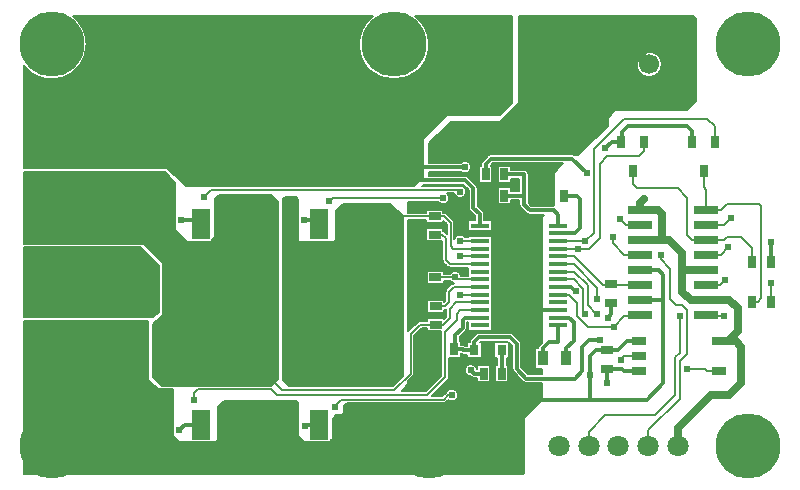
<source format=gtl>
%FSLAX34Y34*%
%MOMM*%
G04 EasyPC Gerber Version 18.0.6 Build 3620 *
%ADD20R,0.65000X1.00000*%
%ADD88R,0.80000X0.90000*%
%ADD107R,0.80000X1.00000*%
%ADD98R,0.90000X1.30000*%
%ADD84R,1.50000X2.50000*%
%ADD126R,3.00000X5.00000*%
%ADD85R,7.00000X7.00000*%
%ADD10C,0.12700*%
%ADD106C,0.16000*%
%ADD11C,0.25400*%
%ADD129C,0.32000*%
%ADD128C,0.62000*%
%ADD75C,0.63500*%
%ADD22C,1.70000*%
%ADD27C,1.80000*%
%ADD83C,3.50000*%
%ADD124C,5.50000*%
%ADD125R,1.65000X0.45000*%
%ADD127R,2.03200X0.63500*%
%ADD25R,1.00000X0.65000*%
%ADD87R,1.20000X0.80000*%
%ADD70R,4.50000X2.50000*%
X0Y0D02*
D02*
D10*
X6985Y139385D02*
X116635D01*
X121385Y144135*
Y182635*
X105256Y198764*
X6985*
Y139385*
G36*
X116635*
X121385Y144135*
Y182635*
X105256Y198764*
X6985*
Y139385*
G37*
Y201635D02*
X108635D01*
X124635Y185635*
Y141635*
X116385Y133385*
Y89135*
X123885Y81635*
X154175*
G75*
G02X154635Y81670I460J-3003*
G01*
X216420*
X222385Y87635*
Y236885*
X216385Y242885*
X172635*
X169385Y239635*
Y207385*
X166752Y204752*
Y203938*
X165938*
X164885Y202885*
X145635*
X135385Y213135*
Y221136*
G75*
G02Y223034I5252J949*
G01*
Y253385*
X126385Y262385*
X6985*
Y201635*
G36*
X108635*
X124635Y185635*
Y141635*
X116385Y133385*
Y89135*
X123885Y81635*
X154175*
G75*
G02X154635Y81670I460J-3003*
G01*
X216420*
X222385Y87635*
Y236885*
X216385Y242885*
X172635*
X169385Y239635*
Y207385*
X166752Y204752*
Y203938*
X165938*
X164885Y202885*
X145635*
X135385Y213135*
Y221136*
G75*
G02Y223034I5252J949*
G01*
Y253385*
X126385Y262385*
X6985*
Y201635*
G37*
Y266135D02*
X128635D01*
X144385Y250385*
X164925*
G75*
G02X165385Y250420I460J-3003*
G01*
X337670*
X345385Y258135*
Y290385*
X365635Y310635*
X410635*
X420635Y320635*
Y394285*
X338659*
G75*
G02X350370Y370635I-18024J-23650*
G01*
G75*
G02X290900I-29735*
G01*
G75*
G02X302611Y394285I29734J1*
G01*
X48659*
G75*
G02X60370Y370635I-18024J-23650*
G01*
G75*
G02X6985Y352611I-29735*
G01*
Y266135*
G36*
X128635*
X144385Y250385*
X164925*
G75*
G02X165385Y250420I460J-3003*
G01*
X337670*
X345385Y258135*
Y290385*
X365635Y310635*
X410635*
X420635Y320635*
Y394285*
X338659*
G75*
G02X350370Y370635I-18024J-23650*
G01*
G75*
G02X290900I-29735*
G01*
G75*
G02X302611Y394285I29734J1*
G01*
X48659*
G75*
G02X60370Y370635I-18024J-23650*
G01*
G75*
G02X6985Y352611I-29735*
G01*
Y266135*
G37*
X111755Y136515D02*
X6985D01*
Y6985*
X429985*
X430635Y7635*
Y54635*
X445635Y69635*
Y83800*
X432635*
G75*
G02X429923Y84923J3835*
G01*
X421923Y92923*
G75*
G02X420800Y95635I2712J2712*
G01*
Y115047*
X417870Y117977*
Y104900*
X415870*
Y99120*
X417370*
Y84650*
X406400*
Y99120*
X407400*
Y104900*
X405400*
Y118370*
X417477*
X417047Y118800*
X394224*
X393794Y118370*
X394870*
Y104900*
X382400*
Y107800*
X379385*
G75*
G02X377120Y108540J3835*
G01*
Y105150*
X367320*
Y88635*
G75*
G02X366314Y86206I-3435*
G01*
X352778Y72670*
X361378*
X364489Y75781*
G75*
G02X364927Y76143I2144J-2148*
G01*
G75*
G02X374970Y73635I4708J-2508*
G01*
G75*
G02X366564Y69272I-5335*
G01*
X364781Y67489*
G75*
G02X362635Y66600I-2146J2146*
G01*
X280600*
X278635Y64635*
Y58635*
X276635Y56635*
X271635*
X268635Y53635*
Y36635*
X266752Y34752*
Y33938*
X265938*
X265635Y33635*
X244635*
X239635Y38635*
Y66635*
X237635Y68635*
X176635*
X171635Y63635*
Y35635*
X169635Y33635*
X138635*
X133635Y38635*
Y42686*
G75*
G02Y44584I5252J949*
G01*
Y78635*
X120635*
X112635Y86635*
Y135635*
X111755Y136515*
X385546Y89301D02*
G75*
G02X380300Y94635I89J5334D01*
G01*
G75*
G02X390859Y95720I5335*
G01*
X390900*
Y99120*
X401870*
Y84650*
X390900*
Y88050*
X388385*
G75*
G02X385673Y89173J3835*
G01*
X385546Y89301*
X367320Y92310D02*
G36*
Y88635D01*
G75*
G02X366314Y86206I-3435*
G01*
X352778Y72670*
X361378*
X364489Y75781*
G75*
G02X364927Y76143I2144J-2148*
G01*
G75*
G02X374970Y73635I4708J-2508*
G01*
G75*
G02X366564Y69272I-5335*
G01*
X364781Y67489*
G75*
G02X362635Y66600I-2146J2146*
G01*
X280600*
X278635Y64635*
Y58635*
X276635Y56635*
X271635*
X268635Y53635*
Y36635*
X266752Y34752*
Y33938*
X265938*
X265635Y33635*
X244635*
X239635Y38635*
Y66635*
X237635Y68635*
X176635*
X171635Y63635*
Y35635*
X169635Y33635*
X138635*
X133635Y38635*
Y42686*
G75*
G02Y44584I5252J949*
G01*
Y78635*
X120635*
X112635Y86635*
Y135635*
X111755Y136515*
X6985*
Y6985*
X429985*
X430635Y7635*
Y54635*
X445635Y69635*
Y83800*
X432635*
G75*
G02X429923Y84923J3835*
G01*
X421923Y92923*
G75*
G02X420800Y95635I2712J2712*
G01*
Y115047*
X417870Y117977*
Y104900*
X415870*
Y99120*
X417370*
Y84650*
X406400*
Y92310*
X401870*
Y84650*
X390900*
Y88050*
X388385*
G75*
G02X385673Y89173J3835*
G01*
X385546Y89301*
G75*
G02X380833Y92310I89J5334*
G01*
X367320*
G37*
X380833D02*
G36*
G75*
G02X380300Y94635I4802J2324D01*
G01*
G75*
G02X390859Y95720I5335*
G01*
X390900*
Y99120*
X401870*
Y92310*
X406400*
Y99120*
X407400*
Y104900*
X405400*
Y118370*
X417477*
X417047Y118800*
X394224*
X393794Y118370*
X394870*
Y104900*
X382400*
Y107800*
X379385*
G75*
G02X377120Y108540J3835*
G01*
Y105150*
X367320*
Y92310*
X380833*
G37*
X239635Y219656D02*
G75*
G02Y224514I4750J2429D01*
G01*
Y239135*
X237385Y241385*
X228385*
X226635Y239635*
Y86385*
X231635Y81385*
X319385*
X327885Y89885*
Y225135*
X317385Y235635*
X277385*
X271135Y229385*
Y204635*
X269385Y202885*
X241135*
X239635Y204385*
Y219656*
G36*
G75*
G02Y224514I4750J2429*
G01*
Y239135*
X237385Y241385*
X228385*
X226635Y239635*
Y86385*
X231635Y81385*
X319385*
X327885Y89885*
Y225135*
X317385Y235635*
X277385*
X271135Y229385*
Y204635*
X269385Y202885*
X241135*
X239635Y204385*
Y219656*
G37*
X327070Y77070D02*
X347462D01*
X360450Y90058*
Y127135*
G75*
G02X360497Y127700I3435J-1*
G01*
X348650*
Y130150*
X343892*
X337670Y123928*
Y91635*
G75*
G02X336781Y89489I-3035*
G01*
X332635Y85343*
Y82635*
X327070Y77070*
G36*
X347462*
X360450Y90058*
Y127135*
G75*
G02X360497Y127700I3435J-1*
G01*
X348650*
Y130150*
X343892*
X337670Y123928*
Y91635*
G75*
G02X336781Y89489I-3035*
G01*
X332635Y85343*
Y82635*
X327070Y77070*
G37*
X332635Y127477D02*
X340489Y135331D01*
G75*
G02X342635Y136220I2146J-2146*
G01*
X348650*
Y138670*
X363120*
Y138212*
X364850Y139942*
Y145883*
G75*
G02X363685Y145650I-1166J2802*
G01*
X363120*
Y143200*
X348650*
Y154170*
X363120*
Y152412*
X364100Y153392*
Y160885*
G75*
G02X364989Y163031I3035*
G01*
X369239Y167281*
G75*
G02X371270Y168168I2146J-2146*
G01*
G75*
G02X367997Y170350I1115J5218*
G01*
X362870*
Y167900*
X348400*
Y178870*
X362870*
Y176420*
X367997*
G75*
G02X377563Y174670I4388J-3035*
G01*
X382850*
Y181600*
X367885*
G75*
G02X365739Y182489J3035*
G01*
X362489Y185739*
G75*
G02X361600Y187885I2146J2146*
G01*
Y203900*
X348000*
Y214870*
X362470*
Y212303*
G75*
G02X363781Y211531I-835J-2918*
G01*
X365600Y209712*
Y218128*
X362470Y221258*
Y219400*
X348000*
Y221850*
X332635*
Y127477*
G36*
X340489Y135331*
G75*
G02X342635Y136220I2146J-2146*
G01*
X348650*
Y138670*
X363120*
Y138212*
X364850Y139942*
Y145883*
G75*
G02X363685Y145650I-1166J2802*
G01*
X363120*
Y143200*
X348650*
Y154170*
X363120*
Y152412*
X364100Y153392*
Y160885*
G75*
G02X364989Y163031I3035*
G01*
X369239Y167281*
G75*
G02X371270Y168168I2146J-2146*
G01*
G75*
G02X367997Y170350I1115J5218*
G01*
X362870*
Y167900*
X348400*
Y178870*
X362870*
Y176420*
X367997*
G75*
G02X377563Y174670I4388J-3035*
G01*
X382850*
Y181600*
X367885*
G75*
G02X365739Y182489J3035*
G01*
X362489Y185739*
G75*
G02X361600Y187885I2146J2146*
G01*
Y203900*
X348000*
Y214870*
X362470*
Y212303*
G75*
G02X363781Y211531I-835J-2918*
G01*
X365600Y209712*
Y218128*
X362470Y221258*
Y219400*
X348000*
Y221850*
X332635*
Y127477*
G37*
Y227920D02*
X348000D01*
Y230370*
X362470*
Y227920*
X363135*
G75*
G02X365281Y227031J-3035*
G01*
X370781Y221531*
G75*
G02X371670Y219385I-2146J-2146*
G01*
Y206087*
G75*
G02X381023Y207170I4965J-1952*
G01*
X382850*
Y208620*
X403820*
Y128150*
X382850*
Y135300*
X382470*
Y130635*
G75*
G02X381347Y127923I-3835*
G01*
X376417Y122994*
Y119620*
X377120*
Y116220*
X378635*
G75*
G02X380913Y115470J-3835*
G01*
X382400*
Y118370*
X384800*
Y118635*
G75*
G02X385923Y121347I3835*
G01*
X389923Y125347*
G75*
G02X392635Y126470I2712J-2712*
G01*
X418635*
G75*
G02X421347Y125347J-3835*
G01*
X427347Y119347*
G75*
G02X428470Y116635I-2712J-2712*
G01*
Y97224*
X434224Y91470*
X445635*
Y95900*
X439900*
Y113370*
X442800*
Y113635*
G75*
G02X443923Y116347I3835*
G01*
X445635Y118059*
Y224635*
X447236Y226236*
X435385*
G75*
G02X432628Y227378J3899*
G01*
X427878Y232128*
G75*
G02X426736Y234885I2757J2757*
G01*
Y238636*
X419270*
Y235300*
X408300*
Y249770*
X419270*
Y246434*
X426800*
Y256800*
X419270*
Y253400*
X408300*
Y267870*
X419270*
Y264470*
X430635*
G75*
G02X434470Y260635J-3835*
G01*
Y243239*
G75*
G02X434534Y242535I-3838J-704*
G01*
Y236500*
X437000Y234034*
X455034*
X455635Y234635*
Y261635*
X463800Y269800*
X404224*
X402294Y267870*
X403770*
Y253400*
X392800*
Y267870*
X394450*
Y269285*
G75*
G02X395573Y271997I3835*
G01*
X399923Y276347*
G75*
G02X402635Y277470I2712J-2712*
G01*
X471635*
G75*
G02X474024Y276635J-3835*
G01*
X476635*
X501635Y301635*
Y308635*
X507635Y314635*
X568635*
X576635Y322635*
Y391635*
X573985Y394285*
X426635*
Y320635*
X410635Y304635*
X368635*
X350635Y286635*
Y270470*
X376926*
G75*
G02X385970Y266635I3709J-3835*
G01*
G75*
G02X376926Y262800I-5335*
G01*
X350635*
Y259470*
X380635*
G75*
G02X383347Y258347J-3835*
G01*
X390347Y251347*
G75*
G02X391470Y248635I-2712J-2712*
G01*
Y233924*
X396047Y229347*
G75*
G02X397170Y226635I-2712J-2712*
G01*
Y221620*
X403820*
Y212650*
X382850*
Y221620*
X389500*
Y225047*
X384923Y229623*
G75*
G02X383800Y232335I2712J2712*
G01*
Y247047*
X379047Y251800*
X345800*
X344420Y250420*
X374276*
G75*
G02X381970Y245635I2359J-4785*
G01*
G75*
G02X371457Y244350I-5335*
G01*
X365704*
G75*
G02X367470Y240385I-3569J-3966*
G01*
G75*
G02X357747Y237350I-5335*
G01*
X332635*
Y227920*
X536635Y364370D02*
G75*
G02Y342900J-10735D01*
G01*
G75*
G02Y364370J10735*
G01*
X426635Y353635D02*
G36*
Y320635D01*
X410635Y304635*
X368635*
X350635Y286635*
Y270470*
X376926*
G75*
G02X385970Y266635I3709J-3835*
G01*
G75*
G02X376926Y262800I-5335*
G01*
X350635*
Y259470*
X380635*
G75*
G02X383347Y258347J-3835*
G01*
X390347Y251347*
G75*
G02X391470Y248635I-2712J-2712*
G01*
Y233924*
X396047Y229347*
G75*
G02X397170Y226635I-2712J-2712*
G01*
Y221620*
X403820*
Y212650*
X382850*
Y221620*
X389500*
Y225047*
X384923Y229623*
G75*
G02X383800Y232335I2712J2712*
G01*
Y247047*
X379047Y251800*
X345800*
X344420Y250420*
X374276*
G75*
G02X381970Y245635I2359J-4785*
G01*
G75*
G02X371457Y244350I-5335*
G01*
X365704*
G75*
G02X367470Y240385I-3569J-3966*
G01*
G75*
G02X357747Y237350I-5335*
G01*
X332635*
Y227920*
X348000*
Y230370*
X362470*
Y227920*
X363135*
G75*
G02X365281Y227031J-3035*
G01*
X370781Y221531*
G75*
G02X371670Y219385I-2146J-2146*
G01*
Y206087*
G75*
G02X381023Y207170I4965J-1952*
G01*
X382850*
Y208620*
X403820*
Y128150*
X382850*
Y135300*
X382470*
Y130635*
G75*
G02X381347Y127923I-3835*
G01*
X376417Y122994*
Y119620*
X377120*
Y116220*
X378635*
G75*
G02X380913Y115470J-3835*
G01*
X382400*
Y118370*
X384800*
Y118635*
G75*
G02X385923Y121347I3835*
G01*
X389923Y125347*
G75*
G02X392635Y126470I2712J-2712*
G01*
X418635*
G75*
G02X421347Y125347J-3835*
G01*
X427347Y119347*
G75*
G02X428470Y116635I-2712J-2712*
G01*
Y97224*
X434224Y91470*
X445635*
Y95900*
X439900*
Y113370*
X442800*
Y113635*
G75*
G02X443923Y116347I3835*
G01*
X445635Y118059*
Y224635*
X447236Y226236*
X435385*
G75*
G02X432628Y227378J3899*
G01*
X427878Y232128*
G75*
G02X426736Y234885I2757J2757*
G01*
Y238636*
X419270*
Y235300*
X408300*
Y249770*
X419270*
Y246434*
X426800*
Y256800*
X419270*
Y253400*
X408300*
Y267870*
X419270*
Y264470*
X430635*
G75*
G02X434470Y260635J-3835*
G01*
Y243239*
G75*
G02X434534Y242535I-3838J-704*
G01*
Y236500*
X437000Y234034*
X455034*
X455635Y234635*
Y261635*
X463800Y269800*
X404224*
X402294Y267870*
X403770*
Y253400*
X392800*
Y267870*
X394450*
Y269285*
G75*
G02X395573Y271997I3835*
G01*
X399923Y276347*
G75*
G02X402635Y277470I2712J-2712*
G01*
X471635*
G75*
G02X474024Y276635J-3835*
G01*
X476635*
X501635Y301635*
Y308635*
X507635Y314635*
X568635*
X576635Y322635*
Y353635*
X547370*
G75*
G02X536635Y342900I-10735*
G01*
G75*
G02X525900Y353635J10735*
G01*
X426635*
G37*
X525900D02*
G36*
G75*
G02X536635Y364370I10735D01*
G01*
G75*
G02X547370Y353635J-10735*
G01*
X576635*
Y391635*
X573985Y394285*
X426635*
Y353635*
X525900*
G37*
D02*
D11*
X12088Y12088D02*
X8495Y8495D01*
X12088Y49182D02*
X8495Y52775D01*
X49182Y12088D02*
X52775Y8495D01*
X49182Y49182D02*
X52775Y52775D01*
X54405Y107635D02*
X49325D01*
X54405Y169635D02*
X49325D01*
X54405Y231635D02*
X49325D01*
X54405Y293635D02*
X49325D01*
X70635Y91405D02*
Y86325D01*
Y123865D02*
Y128945D01*
Y153405D02*
Y148325D01*
Y185865D02*
Y190945D01*
Y215405D02*
Y210325D01*
Y247865D02*
Y252945D01*
Y277405D02*
Y272325D01*
Y309865D02*
Y314945D01*
X86865Y107635D02*
X91945D01*
X86865Y169635D02*
X91945D01*
X86865Y231635D02*
X91945D01*
X86865Y293635D02*
X91945D01*
X98805Y185635D02*
X93725D01*
X98805Y215635D02*
X93725D01*
X98805Y235635D02*
X93725D01*
X99341Y11341D02*
X95749Y7749D01*
X99341Y13929D02*
X95749Y17521D01*
X99341Y144341D02*
X95749Y140749D01*
X99341Y146929D02*
X95749Y150521D01*
X99341Y164341D02*
X95749Y160749D01*
X99341Y166929D02*
X95749Y170521D01*
X99341Y194341D02*
X95749Y190749D01*
X99341Y254341D02*
X95749Y250749D01*
X99341Y256929D02*
X95749Y260521D01*
X100635Y183805D02*
Y178725D01*
Y187465D02*
Y192545D01*
Y213805D02*
Y208725D01*
Y217465D02*
Y222545D01*
Y233805D02*
Y228725D01*
Y237465D02*
Y242545D01*
X101929Y11341D02*
X105521Y7749D01*
X101929Y13929D02*
X105521Y17521D01*
X101929Y144341D02*
X105521Y140749D01*
X101929Y146929D02*
X105521Y150521D01*
X101929Y164341D02*
X105521Y160749D01*
X101929Y166929D02*
X105521Y170521D01*
X101929Y194341D02*
X105521Y190749D01*
X101929Y254341D02*
X105521Y250749D01*
X101929Y256929D02*
X105521Y260521D01*
X102465Y185635D02*
X107545D01*
X102465Y215635D02*
X107545D01*
X102465Y235635D02*
X107545D01*
X103805Y22635D02*
X98725D01*
X103805Y155635D02*
X98725D01*
X103805Y175635D02*
X98725D01*
X103805Y225635D02*
X98725D01*
X103805Y245635D02*
X98725D01*
X105635Y20805D02*
Y15725D01*
Y24465D02*
Y29545D01*
Y153805D02*
Y148725D01*
Y157465D02*
Y162545D01*
Y173805D02*
Y168725D01*
Y177465D02*
Y182545D01*
Y223805D02*
Y218725D01*
Y227465D02*
Y232545D01*
Y243805D02*
Y238725D01*
Y247465D02*
Y252545D01*
X107465Y22635D02*
X112545D01*
X107465Y155635D02*
X112545D01*
X107465Y175635D02*
X112545D01*
X107465Y225635D02*
X112545D01*
X107465Y245635D02*
X112545D01*
X108805Y165635D02*
X103725D01*
X109341Y11341D02*
X105749Y7749D01*
X109341Y13929D02*
X105749Y17521D01*
X109341Y144341D02*
X105749Y140749D01*
X109341Y146929D02*
X105749Y150521D01*
X109341Y184341D02*
X105749Y180749D01*
X109341Y186929D02*
X105749Y190521D01*
X109341Y214341D02*
X105749Y210749D01*
X109341Y216929D02*
X105749Y220521D01*
X109341Y234341D02*
X105749Y230749D01*
X109341Y236929D02*
X105749Y240521D01*
X109341Y254341D02*
X105749Y250749D01*
X109341Y256929D02*
X105749Y260521D01*
X109341Y324341D02*
X105749Y320749D01*
X109341Y326929D02*
X105749Y330521D01*
X109341Y344341D02*
X105749Y340749D01*
X109341Y346929D02*
X105749Y350521D01*
X110635Y163805D02*
Y158725D01*
Y167465D02*
Y172545D01*
X111929Y11341D02*
X115521Y7749D01*
X111929Y13929D02*
X115521Y17521D01*
X111929Y144341D02*
X115521Y140749D01*
X111929Y146929D02*
X115521Y150521D01*
X111929Y184341D02*
X115521Y180749D01*
X111929Y214341D02*
X115521Y210749D01*
X111929Y216929D02*
X115521Y220521D01*
X111929Y234341D02*
X115521Y230749D01*
X111929Y236929D02*
X115521Y240521D01*
X111929Y254341D02*
X115521Y250749D01*
X111929Y256929D02*
X115521Y260521D01*
X111929Y324341D02*
X115521Y320749D01*
X111929Y326929D02*
X115521Y330521D01*
X111929Y344341D02*
X115521Y340749D01*
X111929Y346929D02*
X115521Y350521D01*
X112465Y165635D02*
X117545D01*
X113805Y205635D02*
X108725D01*
X113805Y335635D02*
X108725D01*
X113805Y355635D02*
X108725D01*
X114341Y21341D02*
X110749Y17749D01*
X114341Y23929D02*
X110749Y27521D01*
X115635Y203805D02*
Y198725D01*
Y207465D02*
Y212545D01*
Y333805D02*
Y328725D01*
Y337465D02*
Y342545D01*
Y353805D02*
Y348725D01*
Y357465D02*
Y362545D01*
X116929Y21341D02*
X120521Y17749D01*
X116929Y23929D02*
X120521Y27521D01*
X117465Y205635D02*
X122545D01*
X117465Y335635D02*
X122545D01*
X117465Y355635D02*
X122545D01*
X118805Y325635D02*
X113725D01*
X118805Y345635D02*
X113725D01*
X119341Y11341D02*
X115749Y7749D01*
X119341Y13929D02*
X115749Y17521D01*
X120635Y103805D02*
Y98725D01*
Y107465D02*
Y112545D01*
Y323805D02*
Y318725D01*
Y327465D02*
Y332545D01*
Y343805D02*
Y338725D01*
Y347465D02*
Y352545D01*
X121929Y11341D02*
X125521Y7749D01*
X121929Y13929D02*
X125521Y17521D01*
X122465Y325635D02*
X127545D01*
X122465Y345635D02*
X127545D01*
X123805Y22635D02*
X118725D01*
X123805Y115635D02*
X118725D01*
X124341Y94341D02*
X120749Y90749D01*
X124341Y96929D02*
X120749Y100521D01*
X124341Y204341D02*
X120749Y200749D01*
X124341Y206929D02*
X120749Y210521D01*
X124341Y334341D02*
X120749Y330749D01*
X124341Y336929D02*
X120749Y340521D01*
X124341Y354341D02*
X120749Y350749D01*
X124341Y356929D02*
X120749Y360521D01*
X125635Y20805D02*
Y15725D01*
Y24465D02*
Y29545D01*
Y113805D02*
Y108725D01*
Y117465D02*
Y122545D01*
X126929Y94341D02*
X130521Y90749D01*
X126929Y96929D02*
X130521Y100521D01*
X126929Y204341D02*
X130521Y200749D01*
X126929Y206929D02*
X130521Y210521D01*
X126929Y334341D02*
X130521Y330749D01*
X126929Y336929D02*
X130521Y340521D01*
X126929Y354341D02*
X130521Y350749D01*
X126929Y356929D02*
X130521Y360521D01*
X127465Y22635D02*
X132545D01*
X127465Y115635D02*
X132545D01*
X128805Y85635D02*
X123725D01*
X128805Y105635D02*
X123725D01*
X128805Y125635D02*
X123725D01*
X128805Y195635D02*
X123725D01*
X129341Y11341D02*
X125749Y7749D01*
X129341Y13929D02*
X125749Y17521D01*
X129341Y324341D02*
X125749Y320749D01*
X129341Y326929D02*
X125749Y330521D01*
X129341Y344341D02*
X125749Y340749D01*
X129341Y346929D02*
X125749Y350521D01*
X130635Y87465D02*
Y92545D01*
Y103805D02*
Y98725D01*
Y107465D02*
Y112545D01*
Y123805D02*
Y118725D01*
Y127465D02*
Y132545D01*
Y193805D02*
Y188725D01*
Y197465D02*
Y202545D01*
X131929Y11341D02*
X135521Y7749D01*
X131929Y13929D02*
X135521Y17521D01*
X131929Y324341D02*
X135521Y320749D01*
X131929Y326929D02*
X135521Y330521D01*
X131929Y344341D02*
X135521Y340749D01*
X131929Y346929D02*
X135521Y350521D01*
X132465Y85635D02*
X137545D01*
X132465Y105635D02*
X137545D01*
X132465Y125635D02*
X137545D01*
X132465Y195635D02*
X137545D01*
X133805Y95635D02*
X128725D01*
X133805Y185635D02*
X128725D01*
X133805Y335635D02*
X128725D01*
X133805Y355635D02*
X128725D01*
X134341Y21341D02*
X130749Y17749D01*
X134341Y23929D02*
X130749Y27521D01*
X134341Y114341D02*
X130749Y110749D01*
X134341Y116929D02*
X130749Y120521D01*
X134341Y204341D02*
X130749Y200749D01*
X134341Y206929D02*
X130749Y210521D01*
X135635Y93805D02*
Y88725D01*
Y97465D02*
Y102545D01*
Y183805D02*
Y178725D01*
Y187465D02*
Y192545D01*
Y333805D02*
Y328725D01*
Y337465D02*
Y342545D01*
Y353805D02*
Y348725D01*
Y357465D02*
Y362545D01*
X136929Y21341D02*
X140521Y17749D01*
X136929Y23929D02*
X140521Y27521D01*
X136929Y114341D02*
X140521Y110749D01*
X136929Y116929D02*
X140521Y120521D01*
X136929Y204341D02*
X140521Y200749D01*
X137465Y95635D02*
X142545D01*
X137465Y185635D02*
X142545D01*
X137465Y335635D02*
X142545D01*
X137465Y355635D02*
X142545D01*
X138805Y325635D02*
X133725D01*
X138805Y345635D02*
X133725D01*
X139341Y11341D02*
X135749Y7749D01*
X139341Y13929D02*
X135749Y17521D01*
X139341Y104341D02*
X135749Y100749D01*
X139341Y106929D02*
X135749Y110521D01*
X139341Y124341D02*
X135749Y120749D01*
X139341Y126929D02*
X135749Y130521D01*
X139341Y194341D02*
X135749Y190749D01*
X139341Y196929D02*
X135749Y200521D01*
X140635Y87465D02*
Y92545D01*
Y323805D02*
Y318725D01*
Y327465D02*
Y332545D01*
Y343805D02*
Y338725D01*
Y347465D02*
Y352545D01*
X141929Y11341D02*
X145521Y7749D01*
X141929Y13929D02*
X145521Y17521D01*
X141929Y104341D02*
X145521Y100749D01*
X141929Y106929D02*
X145521Y110521D01*
X141929Y124341D02*
X145521Y120749D01*
X141929Y126929D02*
X145521Y130521D01*
X141929Y194341D02*
X145521Y190749D01*
X141929Y196929D02*
X145521Y200521D01*
X142465Y85635D02*
X147545D01*
X142465Y325635D02*
X147545D01*
X142465Y345635D02*
X147545D01*
X143805Y22635D02*
X138725D01*
X144341Y184341D02*
X140749Y180749D01*
X144341Y186929D02*
X140749Y190521D01*
X144341Y334341D02*
X140749Y330749D01*
X144341Y336929D02*
X140749Y340521D01*
X144341Y354341D02*
X140749Y350749D01*
X144341Y356929D02*
X140749Y360521D01*
X145635Y20805D02*
Y15725D01*
Y24465D02*
Y29545D01*
X146905Y117625D02*
X141825D01*
X146905Y287625D02*
X141825D01*
X146929Y184341D02*
X150521Y180749D01*
X146929Y186929D02*
X150521Y190521D01*
X146929Y334341D02*
X150521Y330749D01*
X146929Y336929D02*
X150521Y340521D01*
X146929Y354341D02*
X150521Y350749D01*
X146929Y356929D02*
X150521Y360521D01*
X147465Y22635D02*
X152545D01*
X149341Y11341D02*
X145749Y7749D01*
X149341Y13929D02*
X145749Y17521D01*
X149341Y194341D02*
X145749Y190749D01*
X149341Y196929D02*
X145749Y200521D01*
X149341Y324341D02*
X145749Y320749D01*
X149341Y326929D02*
X145749Y330521D01*
X149341Y344341D02*
X145749Y340749D01*
X149341Y346929D02*
X145749Y350521D01*
X151929Y11341D02*
X155521Y7749D01*
X151929Y13929D02*
X155521Y17521D01*
X151929Y194341D02*
X155521Y190749D01*
X151929Y196929D02*
X155521Y200521D01*
X151929Y324341D02*
X155521Y320749D01*
X151929Y326929D02*
X155521Y330521D01*
X151929Y344341D02*
X155521Y340749D01*
X151929Y346929D02*
X155521Y350521D01*
X153805Y185635D02*
X148725D01*
X153805Y335635D02*
X148725D01*
X153805Y355635D02*
X148725D01*
X154341Y21341D02*
X150749Y17749D01*
X154341Y23929D02*
X150749Y27521D01*
X155635Y183805D02*
Y178725D01*
Y187465D02*
Y192545D01*
Y333805D02*
Y328725D01*
Y337465D02*
Y342545D01*
Y353805D02*
Y348725D01*
Y357465D02*
Y362545D01*
X156929Y21341D02*
X160521Y17749D01*
X156929Y23929D02*
X160521Y27521D01*
X157465Y185635D02*
X162545D01*
X157465Y335635D02*
X162545D01*
X157465Y355635D02*
X162545D01*
X158805Y325635D02*
X153725D01*
X158805Y345635D02*
X153725D01*
X159341Y11341D02*
X155749Y7749D01*
X159341Y13929D02*
X155749Y17521D01*
X159341Y194341D02*
X155749Y190749D01*
X159341Y196929D02*
X155749Y200521D01*
X160635Y323805D02*
Y318725D01*
Y327465D02*
Y332545D01*
Y343805D02*
Y338725D01*
Y347465D02*
Y352545D01*
X161929Y11341D02*
X165521Y7749D01*
X161929Y13929D02*
X165521Y17521D01*
X161929Y194341D02*
X165521Y190749D01*
X161929Y196929D02*
X165521Y200521D01*
X162465Y325635D02*
X167545D01*
X162465Y345635D02*
X167545D01*
X163805Y22635D02*
X158725D01*
X164341Y184341D02*
X160749Y180749D01*
X164341Y186929D02*
X160749Y190521D01*
X164341Y334341D02*
X160749Y330749D01*
X164341Y336929D02*
X160749Y340521D01*
X164341Y354341D02*
X160749Y350749D01*
X164341Y356929D02*
X160749Y360521D01*
X165635Y20805D02*
Y15725D01*
Y24465D02*
Y29545D01*
X166929Y184341D02*
X170521Y180749D01*
X166929Y186929D02*
X170521Y190521D01*
X166929Y334341D02*
X170521Y330749D01*
X166929Y336929D02*
X170521Y340521D01*
X166929Y354341D02*
X170521Y350749D01*
X166929Y356929D02*
X170521Y360521D01*
X167465Y22635D02*
X172545D01*
X168805Y195635D02*
X163725D01*
X169341Y11341D02*
X165749Y7749D01*
X169341Y13929D02*
X165749Y17521D01*
X169341Y324341D02*
X165749Y320749D01*
X169341Y326929D02*
X165749Y330521D01*
X169341Y344341D02*
X165749Y340749D01*
X169341Y346929D02*
X165749Y350521D01*
X170635Y193805D02*
Y188725D01*
Y197465D02*
Y202545D01*
X171929Y11341D02*
X175521Y7749D01*
X171929Y13929D02*
X175521Y17521D01*
X171929Y324341D02*
X175521Y320749D01*
X171929Y326929D02*
X175521Y330521D01*
X171929Y344341D02*
X175521Y340749D01*
X171929Y346929D02*
X175521Y350521D01*
X172465Y195635D02*
X177545D01*
X173805Y185635D02*
X168725D01*
X173805Y205635D02*
X168725D01*
X173805Y335635D02*
X168725D01*
X173805Y355635D02*
X168725D01*
X174341Y21341D02*
X170749Y17749D01*
X174341Y23929D02*
X170749Y27521D01*
X175635Y183805D02*
Y178725D01*
Y187465D02*
Y192545D01*
Y203805D02*
Y198725D01*
Y207465D02*
Y212545D01*
Y333805D02*
Y328725D01*
Y337465D02*
Y342545D01*
Y353805D02*
Y348725D01*
Y357465D02*
Y362545D01*
X176929Y21341D02*
X180521Y17749D01*
X176929Y23929D02*
X180521Y27521D01*
X177465Y185635D02*
X182545D01*
X177465Y205635D02*
X182545D01*
X177465Y335635D02*
X182545D01*
X177465Y355635D02*
X182545D01*
X178805Y215635D02*
X173725D01*
X178805Y325635D02*
X173725D01*
X178805Y345635D02*
X173725D01*
X179341Y11341D02*
X175749Y7749D01*
X179341Y13929D02*
X175749Y17521D01*
X179341Y194341D02*
X175749Y190749D01*
X179341Y196929D02*
X175749Y200521D01*
X180635Y151355D02*
Y156435D01*
Y213805D02*
Y208725D01*
Y217465D02*
Y222545D01*
Y321355D02*
Y326435D01*
Y323805D02*
Y318725D01*
Y327465D02*
Y332545D01*
Y343805D02*
Y338725D01*
Y347465D02*
Y352545D01*
X181929Y11341D02*
X185521Y7749D01*
X181929Y13929D02*
X185521Y17521D01*
X181929Y194341D02*
X185521Y190749D01*
X181929Y196929D02*
X185521Y200521D01*
X182465Y215635D02*
X187545D01*
X182465Y325635D02*
X187545D01*
X182465Y345635D02*
X187545D01*
X183805Y22635D02*
X178725D01*
X184341Y184341D02*
X180749Y180749D01*
X184341Y186929D02*
X180749Y190521D01*
X184341Y204341D02*
X180749Y200749D01*
X184341Y206929D02*
X180749Y210521D01*
X184341Y334341D02*
X180749Y330749D01*
X184341Y336929D02*
X180749Y340521D01*
X184341Y354341D02*
X180749Y350749D01*
X184341Y356929D02*
X180749Y360521D01*
X185635Y20805D02*
Y15725D01*
Y24465D02*
Y29545D01*
X186929Y184341D02*
X190521Y180749D01*
X186929Y186929D02*
X190521Y190521D01*
X186929Y204341D02*
X190521Y200749D01*
X186929Y206929D02*
X190521Y210521D01*
X186929Y334341D02*
X190521Y330749D01*
X186929Y336929D02*
X190521Y340521D01*
X186929Y354341D02*
X190521Y350749D01*
X186929Y356929D02*
X190521Y360521D01*
X187465Y22635D02*
X192545D01*
X188805Y195635D02*
X183725D01*
X189341Y11341D02*
X185749Y7749D01*
X189341Y13929D02*
X185749Y17521D01*
X189341Y214341D02*
X185749Y210749D01*
X189341Y216929D02*
X185749Y220521D01*
X189341Y324341D02*
X185749Y320749D01*
X189341Y326929D02*
X185749Y330521D01*
X189341Y344341D02*
X185749Y340749D01*
X189341Y346929D02*
X185749Y350521D01*
X190635Y193805D02*
Y188725D01*
Y197465D02*
Y202545D01*
X191929Y11341D02*
X195521Y7749D01*
X191929Y13929D02*
X195521Y17521D01*
X191929Y214341D02*
X195521Y210749D01*
X191929Y216929D02*
X195521Y220521D01*
X191929Y324341D02*
X195521Y320749D01*
X191929Y326929D02*
X195521Y330521D01*
X191929Y344341D02*
X195521Y340749D01*
X191929Y346929D02*
X195521Y350521D01*
X192465Y195635D02*
X197545D01*
X193805Y185635D02*
X188725D01*
X193805Y335635D02*
X188725D01*
X193805Y355635D02*
X188725D01*
X194341Y21341D02*
X190749Y17749D01*
X194341Y23929D02*
X190749Y27521D01*
X195635Y183805D02*
Y178725D01*
Y187465D02*
Y192545D01*
Y333805D02*
Y328725D01*
Y337465D02*
Y342545D01*
Y353805D02*
Y348725D01*
Y357465D02*
Y362545D01*
X196929Y21341D02*
X200521Y17749D01*
X196929Y23929D02*
X200521Y27521D01*
X197465Y185635D02*
X202545D01*
X197465Y335635D02*
X202545D01*
X197465Y355635D02*
X202545D01*
X198059Y48515D02*
X192979D01*
X198059Y218515D02*
X192979D01*
X198805Y325635D02*
X193725D01*
X198805Y345635D02*
X193725D01*
X199341Y11341D02*
X195749Y7749D01*
X199341Y13929D02*
X195749Y17521D01*
X199341Y194341D02*
X195749Y190749D01*
X199341Y196929D02*
X195749Y200521D01*
X200635Y323805D02*
Y318725D01*
Y327465D02*
Y332545D01*
Y343805D02*
Y338725D01*
Y347465D02*
Y352545D01*
X201929Y11341D02*
X205521Y7749D01*
X201929Y13929D02*
X205521Y17521D01*
X201929Y194341D02*
X205521Y190749D01*
X201929Y196929D02*
X205521Y200521D01*
X202465Y325635D02*
X207545D01*
X202465Y345635D02*
X207545D01*
X203805Y22635D02*
X198725D01*
X204289Y37285D02*
Y32205D01*
Y59745D02*
Y64825D01*
Y207285D02*
Y202205D01*
Y229745D02*
Y234825D01*
X204341Y184341D02*
X200749Y180749D01*
X204341Y186929D02*
X200749Y190521D01*
X204341Y334341D02*
X200749Y330749D01*
X204341Y336929D02*
X200749Y340521D01*
X204341Y354341D02*
X200749Y350749D01*
X204341Y356929D02*
X200749Y360521D01*
X205635Y20805D02*
Y15725D01*
Y24465D02*
Y29545D01*
X206929Y184341D02*
X210521Y180749D01*
X206929Y186929D02*
X210521Y190521D01*
X206929Y334341D02*
X210521Y330749D01*
X206929Y336929D02*
X210521Y340521D01*
X206929Y354341D02*
X210521Y350749D01*
X206929Y356929D02*
X210521Y360521D01*
X207465Y22635D02*
X212545D01*
X208805Y195635D02*
X203725D01*
X209341Y11341D02*
X205749Y7749D01*
X209341Y13929D02*
X205749Y17521D01*
X209341Y324341D02*
X205749Y320749D01*
X209341Y326929D02*
X205749Y330521D01*
X209341Y344341D02*
X205749Y340749D01*
X209341Y346929D02*
X205749Y350521D01*
X210519Y48515D02*
X215599D01*
X210519Y218515D02*
X215599D01*
X210635Y193805D02*
Y188725D01*
Y197465D02*
Y202545D01*
X211929Y11341D02*
X215521Y7749D01*
X211929Y13929D02*
X215521Y17521D01*
X211929Y324341D02*
X215521Y320749D01*
X211929Y326929D02*
X215521Y330521D01*
X211929Y344341D02*
X215521Y340749D01*
X211929Y346929D02*
X215521Y350521D01*
X212465Y195635D02*
X217545D01*
X213805Y335635D02*
X208725D01*
X213805Y355635D02*
X208725D01*
X214341Y21341D02*
X210749Y17749D01*
X214341Y23929D02*
X210749Y27521D01*
X214365Y117625D02*
X219445D01*
X214365Y287625D02*
X219445D01*
X215635Y333805D02*
Y328725D01*
Y337465D02*
Y342545D01*
Y353805D02*
Y348725D01*
Y357465D02*
Y362545D01*
X216929Y21341D02*
X220521Y17749D01*
X216929Y23929D02*
X220521Y27521D01*
X217465Y335635D02*
X222545D01*
X217465Y355635D02*
X222545D01*
X218805Y325635D02*
X213725D01*
X218805Y345635D02*
X213725D01*
X219341Y11341D02*
X215749Y7749D01*
X219341Y13929D02*
X215749Y17521D01*
X220635Y323805D02*
Y318725D01*
Y327465D02*
Y332545D01*
Y343805D02*
Y338725D01*
Y347465D02*
Y352545D01*
X221929Y11341D02*
X225521Y7749D01*
X221929Y13929D02*
X225521Y17521D01*
X222465Y325635D02*
X227545D01*
X222465Y345635D02*
X227545D01*
X223805Y22635D02*
X218725D01*
X224341Y334341D02*
X220749Y330749D01*
X224341Y336929D02*
X220749Y340521D01*
X224341Y354341D02*
X220749Y350749D01*
X224341Y356929D02*
X220749Y360521D01*
X225635Y20805D02*
Y15725D01*
Y24465D02*
Y29545D01*
X226929Y334341D02*
X230521Y330749D01*
X226929Y336929D02*
X230521Y340521D01*
X226929Y354341D02*
X230521Y350749D01*
X226929Y356929D02*
X230521Y360521D01*
X227465Y22635D02*
X232545D01*
X229341Y11341D02*
X225749Y7749D01*
X229341Y13929D02*
X225749Y17521D01*
X229341Y324341D02*
X225749Y320749D01*
X229341Y326929D02*
X225749Y330521D01*
X229341Y344341D02*
X225749Y340749D01*
X229341Y346929D02*
X225749Y350521D01*
X230635Y153805D02*
Y148725D01*
Y157465D02*
Y162545D01*
Y173805D02*
Y168725D01*
Y177465D02*
Y182545D01*
X231929Y11341D02*
X235521Y7749D01*
X231929Y13929D02*
X235521Y17521D01*
X231929Y324341D02*
X235521Y320749D01*
X231929Y326929D02*
X235521Y330521D01*
X231929Y344341D02*
X235521Y340749D01*
X231929Y346929D02*
X235521Y350521D01*
X232465Y175635D02*
X237545D01*
X233805Y165635D02*
X228725D01*
X233805Y335635D02*
X228725D01*
X233805Y355635D02*
X228725D01*
X234341Y21341D02*
X230749Y17749D01*
X234341Y23929D02*
X230749Y27521D01*
X235635Y163805D02*
Y158725D01*
Y167465D02*
Y172545D01*
Y333805D02*
Y328725D01*
Y337465D02*
Y342545D01*
Y353805D02*
Y348725D01*
Y357465D02*
Y362545D01*
X236929Y21341D02*
X240521Y17749D01*
X236929Y23929D02*
X240521Y27521D01*
X237465Y165635D02*
X242545D01*
X237465Y335635D02*
X242545D01*
X237465Y355635D02*
X242545D01*
X238805Y155635D02*
X233725D01*
X238805Y325635D02*
X233725D01*
X238805Y345635D02*
X233725D01*
X239341Y11341D02*
X235749Y7749D01*
X239341Y13929D02*
X235749Y17521D01*
X239341Y174341D02*
X235749Y170749D01*
X239341Y176929D02*
X235749Y180521D01*
X240635Y153805D02*
Y148725D01*
Y157465D02*
Y162545D01*
Y323805D02*
Y318725D01*
Y327465D02*
Y332545D01*
Y343805D02*
Y338725D01*
Y347465D02*
Y352545D01*
X241929Y11341D02*
X245521Y7749D01*
X241929Y13929D02*
X245521Y17521D01*
X241929Y174341D02*
X245521Y170749D01*
X241929Y176929D02*
X245521Y180521D01*
X242465Y155635D02*
X247545D01*
X242465Y325635D02*
X247545D01*
X242465Y345635D02*
X247545D01*
X243805Y22635D02*
X238725D01*
X244341Y164341D02*
X240749Y160749D01*
X244341Y166929D02*
X240749Y170521D01*
X244341Y334341D02*
X240749Y330749D01*
X244341Y336929D02*
X240749Y340521D01*
X244341Y354341D02*
X240749Y350749D01*
X244341Y356929D02*
X240749Y360521D01*
X245635Y20805D02*
Y15725D01*
Y24465D02*
Y29545D01*
X246905Y117625D02*
X241825D01*
X246905Y287625D02*
X241825D01*
X246929Y164341D02*
X250521Y160749D01*
X246929Y166929D02*
X250521Y170521D01*
X246929Y334341D02*
X250521Y330749D01*
X246929Y336929D02*
X250521Y340521D01*
X246929Y354341D02*
X250521Y350749D01*
X246929Y356929D02*
X250521Y360521D01*
X247465Y22635D02*
X252545D01*
X248805Y175635D02*
X243725D01*
X249341Y11341D02*
X245749Y7749D01*
X249341Y13929D02*
X245749Y17521D01*
X249341Y154341D02*
X245749Y150749D01*
X249341Y156929D02*
X245749Y160521D01*
X249341Y324341D02*
X245749Y320749D01*
X249341Y326929D02*
X245749Y330521D01*
X249341Y344341D02*
X245749Y340749D01*
X249341Y346929D02*
X245749Y350521D01*
X250635Y173805D02*
Y168725D01*
Y177465D02*
Y182545D01*
X251929Y11341D02*
X255521Y7749D01*
X251929Y13929D02*
X255521Y17521D01*
X251929Y154341D02*
X255521Y150749D01*
X251929Y156929D02*
X255521Y160521D01*
X251929Y324341D02*
X255521Y320749D01*
X251929Y326929D02*
X255521Y330521D01*
X251929Y344341D02*
X255521Y340749D01*
X251929Y346929D02*
X255521Y350521D01*
X252465Y175635D02*
X257545D01*
X253805Y165635D02*
X248725D01*
X253805Y335635D02*
X248725D01*
X253805Y355635D02*
X248725D01*
X254341Y21341D02*
X250749Y17749D01*
X254341Y23929D02*
X250749Y27521D01*
X255635Y163805D02*
Y158725D01*
Y167465D02*
Y172545D01*
Y333805D02*
Y328725D01*
Y337465D02*
Y342545D01*
Y353805D02*
Y348725D01*
Y357465D02*
Y362545D01*
X256929Y21341D02*
X260521Y17749D01*
X256929Y23929D02*
X260521Y27521D01*
X257465Y165635D02*
X262545D01*
X257465Y335635D02*
X262545D01*
X257465Y355635D02*
X262545D01*
X258805Y325635D02*
X253725D01*
X258805Y345635D02*
X253725D01*
X259341Y11341D02*
X255749Y7749D01*
X259341Y13929D02*
X255749Y17521D01*
X259341Y154341D02*
X255749Y150749D01*
X259341Y156929D02*
X255749Y160521D01*
X259341Y174341D02*
X255749Y170749D01*
X259341Y176929D02*
X255749Y180521D01*
X260635Y323805D02*
Y318725D01*
Y327465D02*
Y332545D01*
Y343805D02*
Y338725D01*
Y347465D02*
Y352545D01*
X261929Y11341D02*
X265521Y7749D01*
X261929Y13929D02*
X265521Y17521D01*
X261929Y154341D02*
X265521Y150749D01*
X261929Y156929D02*
X265521Y160521D01*
X261929Y174341D02*
X265521Y170749D01*
X261929Y176929D02*
X265521Y180521D01*
X262465Y325635D02*
X267545D01*
X262465Y345635D02*
X267545D01*
X263805Y22635D02*
X258725D01*
X264341Y164341D02*
X260749Y160749D01*
X264341Y166929D02*
X260749Y170521D01*
X264341Y334341D02*
X260749Y330749D01*
X264341Y336929D02*
X260749Y340521D01*
X264341Y354341D02*
X260749Y350749D01*
X264341Y356929D02*
X260749Y360521D01*
X265635Y20805D02*
Y15725D01*
Y24465D02*
Y29545D01*
X266929Y164341D02*
X270521Y160749D01*
X266929Y166929D02*
X270521Y170521D01*
X266929Y334341D02*
X270521Y330749D01*
X266929Y336929D02*
X270521Y340521D01*
X266929Y354341D02*
X270521Y350749D01*
X266929Y356929D02*
X270521Y360521D01*
X267465Y22635D02*
X272545D01*
X268805Y155635D02*
X263725D01*
X268805Y175635D02*
X263725D01*
X269341Y11341D02*
X265749Y7749D01*
X269341Y13929D02*
X265749Y17521D01*
X269341Y324341D02*
X265749Y320749D01*
X269341Y326929D02*
X265749Y330521D01*
X269341Y344341D02*
X265749Y340749D01*
X269341Y346929D02*
X265749Y350521D01*
X270635Y153805D02*
Y148725D01*
Y157465D02*
Y162545D01*
Y173805D02*
Y168725D01*
Y177465D02*
Y182545D01*
X271929Y11341D02*
X275521Y7749D01*
X271929Y13929D02*
X275521Y17521D01*
X271929Y324341D02*
X275521Y320749D01*
X271929Y326929D02*
X275521Y330521D01*
X271929Y344341D02*
X275521Y340749D01*
X271929Y346929D02*
X275521Y350521D01*
X272465Y155635D02*
X277545D01*
X272465Y175635D02*
X277545D01*
X273805Y165635D02*
X268725D01*
X273805Y335635D02*
X268725D01*
X273805Y355635D02*
X268725D01*
X274341Y21341D02*
X270749Y17749D01*
X274341Y23929D02*
X270749Y27521D01*
X275635Y163805D02*
Y158725D01*
Y167465D02*
Y172545D01*
Y333805D02*
Y328725D01*
Y337465D02*
Y342545D01*
Y353805D02*
Y348725D01*
Y357465D02*
Y362545D01*
X276929Y21341D02*
X280521Y17749D01*
X276929Y23929D02*
X280521Y27521D01*
X277465Y165635D02*
X282545D01*
X277465Y335635D02*
X282545D01*
X277465Y355635D02*
X282545D01*
X278805Y325635D02*
X273725D01*
X278805Y345635D02*
X273725D01*
X279341Y11341D02*
X275749Y7749D01*
X279341Y13929D02*
X275749Y17521D01*
X279341Y154341D02*
X275749Y150749D01*
X279341Y156929D02*
X275749Y160521D01*
X279341Y174341D02*
X275749Y170749D01*
X279341Y176929D02*
X275749Y180521D01*
X280635Y151355D02*
Y156435D01*
Y321355D02*
Y326435D01*
Y323805D02*
Y318725D01*
Y327465D02*
Y332545D01*
Y343805D02*
Y338725D01*
Y347465D02*
Y352545D01*
X281929Y11341D02*
X285521Y7749D01*
X281929Y13929D02*
X285521Y17521D01*
X281929Y154341D02*
X285521Y150749D01*
X281929Y156929D02*
X285521Y160521D01*
X281929Y174341D02*
X285521Y170749D01*
X281929Y176929D02*
X285521Y180521D01*
X282465Y325635D02*
X287545D01*
X282465Y345635D02*
X287545D01*
X283805Y22635D02*
X278725D01*
X284341Y164341D02*
X280749Y160749D01*
X284341Y166929D02*
X280749Y170521D01*
X284341Y334341D02*
X280749Y330749D01*
X284341Y336929D02*
X280749Y340521D01*
X284341Y354341D02*
X280749Y350749D01*
X284341Y356929D02*
X280749Y360521D01*
X285635Y20805D02*
Y15725D01*
Y24465D02*
Y29545D01*
X286929Y164341D02*
X290521Y160749D01*
X286929Y166929D02*
X290521Y170521D01*
X286929Y334341D02*
X290521Y330749D01*
X286929Y336929D02*
X290521Y340521D01*
X286929Y354341D02*
X290521Y350749D01*
X286929Y356929D02*
X290521Y360521D01*
X287465Y22635D02*
X292545D01*
X288805Y155635D02*
X283725D01*
X288805Y175635D02*
X283725D01*
X289341Y11341D02*
X285749Y7749D01*
X289341Y13929D02*
X285749Y17521D01*
X289341Y324341D02*
X285749Y320749D01*
X289341Y326929D02*
X285749Y330521D01*
X290635Y153805D02*
Y148725D01*
Y157465D02*
Y162545D01*
Y173805D02*
Y168725D01*
Y177465D02*
Y182545D01*
X291929Y11341D02*
X295521Y7749D01*
X291929Y13929D02*
X295521Y17521D01*
X291929Y324341D02*
X295521Y320749D01*
X291929Y326929D02*
X295521Y330521D01*
X292465Y155635D02*
X297545D01*
X292465Y175635D02*
X297545D01*
X293805Y165635D02*
X288725D01*
X293805Y335635D02*
X288725D01*
X294341Y21341D02*
X290749Y17749D01*
X294341Y23929D02*
X290749Y27521D01*
X295635Y163805D02*
Y158725D01*
Y167465D02*
Y172545D01*
Y333805D02*
Y328725D01*
Y337465D02*
Y342545D01*
X296929Y21341D02*
X300521Y17749D01*
X296929Y23929D02*
X300521Y27521D01*
X297465Y165635D02*
X302545D01*
X297465Y335635D02*
X302545D01*
X298059Y48515D02*
X292979D01*
X298059Y218515D02*
X292979D01*
X298805Y325635D02*
X293725D01*
X299341Y11341D02*
X295749Y7749D01*
X299341Y13929D02*
X295749Y17521D01*
X299341Y154341D02*
X295749Y150749D01*
X299341Y156929D02*
X295749Y160521D01*
X299341Y174341D02*
X295749Y170749D01*
X299341Y176929D02*
X295749Y180521D01*
X300635Y323805D02*
Y318725D01*
Y327465D02*
Y332545D01*
X301929Y11341D02*
X305521Y7749D01*
X301929Y13929D02*
X305521Y17521D01*
X301929Y154341D02*
X305521Y150749D01*
X301929Y156929D02*
X305521Y160521D01*
X301929Y174341D02*
X305521Y170749D01*
X301929Y176929D02*
X305521Y180521D01*
X302465Y325635D02*
X307545D01*
X303805Y22635D02*
X298725D01*
X304289Y37285D02*
Y32205D01*
Y59745D02*
Y64825D01*
Y207285D02*
Y202205D01*
Y229745D02*
Y234825D01*
X304341Y164341D02*
X300749Y160749D01*
X304341Y166929D02*
X300749Y170521D01*
X304341Y334341D02*
X300749Y330749D01*
X304341Y336929D02*
X300749Y340521D01*
X305635Y20805D02*
Y15725D01*
Y24465D02*
Y29545D01*
X306929Y164341D02*
X310521Y160749D01*
X306929Y166929D02*
X310521Y170521D01*
X306929Y334341D02*
X310521Y330749D01*
X306929Y336929D02*
X310521Y340521D01*
X307465Y22635D02*
X312545D01*
X308805Y155635D02*
X303725D01*
X308805Y175635D02*
X303725D01*
X309341Y11341D02*
X305749Y7749D01*
X309341Y13929D02*
X305749Y17521D01*
X309341Y324341D02*
X305749Y320749D01*
X309341Y326929D02*
X305749Y330521D01*
X310519Y48515D02*
X315599D01*
X310519Y218515D02*
X315599D01*
X310635Y153805D02*
Y148725D01*
Y157465D02*
Y162545D01*
Y173805D02*
Y168725D01*
Y177465D02*
Y182545D01*
X311929Y11341D02*
X315521Y7749D01*
X311929Y13929D02*
X315521Y17521D01*
X311929Y324341D02*
X315521Y320749D01*
X311929Y326929D02*
X315521Y330521D01*
X312465Y155635D02*
X317545D01*
X312465Y175635D02*
X317545D01*
X313805Y165635D02*
X308725D01*
X313805Y335635D02*
X308725D01*
X314341Y21341D02*
X310749Y17749D01*
X314341Y23929D02*
X310749Y27521D01*
X314365Y117625D02*
X319445D01*
X314365Y287625D02*
X319445D01*
X315635Y163805D02*
Y158725D01*
Y167465D02*
Y172545D01*
Y333805D02*
Y328725D01*
X316929Y21341D02*
X320521Y17749D01*
X316929Y23929D02*
X320521Y27521D01*
X317465Y165635D02*
X322545D01*
X317465Y335635D02*
X322545D01*
X319341Y154341D02*
X315749Y150749D01*
X319341Y156929D02*
X315749Y160521D01*
X319341Y174341D02*
X315749Y170749D01*
X319341Y176929D02*
X315749Y180521D01*
X319341Y324341D02*
X315749Y320749D01*
X319341Y326929D02*
X315749Y330521D01*
X321929Y154341D02*
X325521Y150749D01*
X321929Y156929D02*
X325521Y160521D01*
X321929Y174341D02*
X325521Y170749D01*
X321929Y176929D02*
X325521Y180521D01*
X321929Y324341D02*
X325521Y320749D01*
X321929Y326929D02*
X325521Y330521D01*
X324341Y334341D02*
X320749Y330749D01*
X325635Y163805D02*
Y158725D01*
Y167465D02*
Y172545D01*
X326929Y334341D02*
X330521Y330749D01*
X326929Y336929D02*
X330521Y340521D01*
X328805Y325635D02*
X323725D01*
X330635Y323805D02*
Y318725D01*
Y327465D02*
Y332545D01*
X332088Y12088D02*
X328495Y8495D01*
X332088Y49182D02*
X328495Y52775D01*
X332465Y325635D02*
X337545D01*
X338805Y175635D02*
X333725D01*
X338805Y197635D02*
X333725D01*
X339341Y185341D02*
X335749Y181749D01*
X339341Y187929D02*
X335749Y191521D01*
X339805Y233635D02*
X334725D01*
X340635Y87805D02*
Y82725D01*
Y91465D02*
Y96545D01*
Y102465D02*
Y107545D01*
Y113465D02*
Y118545D01*
Y173805D02*
Y168725D01*
Y177465D02*
Y182545D01*
Y195805D02*
Y190725D01*
Y199465D02*
Y204545D01*
X341929Y185341D02*
X345521Y181749D01*
X341929Y187929D02*
X345521Y191521D01*
X342465Y89635D02*
X347545D01*
X342465Y100635D02*
X347545D01*
X342465Y111635D02*
X347545D01*
X342465Y175635D02*
X347545D01*
X342465Y197635D02*
X347545D01*
X343465Y233635D02*
X348545D01*
X351905Y188885D02*
X346825D01*
X352341Y87341D02*
X348749Y83749D01*
X352341Y89929D02*
X348749Y93521D01*
X352341Y98341D02*
X348749Y94749D01*
X352341Y100929D02*
X348749Y104521D01*
X354155Y112385D02*
X349075D01*
X354929Y89929D02*
X358521Y93521D01*
X354929Y98341D02*
X358521Y94749D01*
X354929Y100929D02*
X358521Y104521D01*
X355635Y186905D02*
Y181825D01*
Y190865D02*
Y195945D01*
X356135Y108655D02*
Y103575D01*
Y116115D02*
Y121195D01*
X360405Y338635D02*
X355325D01*
X369182Y12088D02*
X372775Y8495D01*
X369182Y49182D02*
X372775Y52775D01*
X370341Y226929D02*
X366749Y230521D01*
X372929Y224341D02*
X376521Y220749D01*
X372929Y226929D02*
X376521Y230521D01*
X377929Y214341D02*
X381521Y210749D01*
X377929Y216929D02*
X381521Y220521D01*
X379341Y11341D02*
X375749Y7749D01*
X379341Y13929D02*
X375749Y17521D01*
X381635Y327405D02*
Y322325D01*
Y349865D02*
Y354945D01*
X381929Y11341D02*
X385521Y7749D01*
X381929Y13929D02*
X385521Y17521D01*
X383805Y22635D02*
X378725D01*
X385635Y20805D02*
Y15725D01*
Y24465D02*
Y29545D01*
X386355Y210635D02*
X381275D01*
X387465Y22635D02*
X392545D01*
X388805Y32635D02*
X383725D01*
X389341Y11341D02*
X385749Y7749D01*
X389341Y13929D02*
X385749Y17521D01*
X390635Y30805D02*
Y25725D01*
Y34465D02*
Y39545D01*
X391929Y11341D02*
X395521Y7749D01*
X391929Y13929D02*
X395521Y17521D01*
X392465Y32635D02*
X397545D01*
X393805Y42635D02*
X388725D01*
X394341Y21341D02*
X390749Y17749D01*
X394341Y23929D02*
X390749Y27521D01*
X395635Y40805D02*
Y35725D01*
Y44465D02*
Y49545D01*
X396929Y21341D02*
X400521Y17749D01*
X396929Y23929D02*
X400521Y27521D01*
X397465Y42635D02*
X402545D01*
X398285Y238805D02*
Y233725D01*
Y246265D02*
Y251345D01*
X399341Y11341D02*
X395749Y7749D01*
X399341Y13929D02*
X395749Y17521D01*
X399341Y31341D02*
X395749Y27749D01*
X399341Y33929D02*
X395749Y37521D01*
X400265Y242535D02*
X405345D01*
X400315Y210635D02*
X405395D01*
X401929Y11341D02*
X405521Y7749D01*
X401929Y13929D02*
X405521Y17521D01*
X401929Y31341D02*
X405521Y27749D01*
X401929Y33929D02*
X405521Y37521D01*
X402865Y338635D02*
X407945D01*
X403805Y22635D02*
X398725D01*
X404341Y41341D02*
X400749Y37749D01*
X404341Y43929D02*
X400749Y47521D01*
X405635Y20805D02*
Y15725D01*
Y24465D02*
Y29545D01*
X406929Y41341D02*
X410521Y37749D01*
X406929Y43929D02*
X410521Y47521D01*
X407465Y22635D02*
X412545D01*
X408805Y32635D02*
X403725D01*
X409341Y11341D02*
X405749Y7749D01*
X409341Y13929D02*
X405749Y17521D01*
X410635Y30805D02*
Y25725D01*
Y34465D02*
Y39545D01*
X411929Y11341D02*
X415521Y7749D01*
X411929Y13929D02*
X415521Y17521D01*
X412465Y32635D02*
X417545D01*
X412945Y174273D02*
X407865D01*
X413805Y42635D02*
X408725D01*
X414341Y21341D02*
X410749Y17749D01*
X414341Y23929D02*
X410749Y27521D01*
X415635Y40805D02*
Y35725D01*
Y44465D02*
Y49545D01*
X416929Y21341D02*
X420521Y17749D01*
X416929Y23929D02*
X420521Y27521D01*
X417465Y42635D02*
X422545D01*
X418805Y135635D02*
X413725D01*
X418805Y155635D02*
X413725D01*
X418805Y195635D02*
X413725D01*
X418805Y215635D02*
X413725D01*
X419341Y31341D02*
X415749Y27749D01*
X419341Y33929D02*
X415749Y37521D01*
X419341Y144341D02*
X415749Y140749D01*
X419341Y146929D02*
X415749Y150521D01*
X419341Y164341D02*
X415749Y160749D01*
X419341Y166929D02*
X415749Y170521D01*
X419341Y174341D02*
X415749Y170749D01*
X419341Y176929D02*
X415749Y180521D01*
X419341Y184341D02*
X415749Y180749D01*
X419341Y186929D02*
X415749Y190521D01*
X419341Y204341D02*
X415749Y200749D01*
X419341Y206929D02*
X415749Y210521D01*
X420635Y133805D02*
Y128725D01*
Y137465D02*
Y142545D01*
Y153805D02*
Y148725D01*
Y157465D02*
Y162545D01*
Y193805D02*
Y188725D01*
Y197465D02*
Y202545D01*
Y213805D02*
Y208725D01*
Y217465D02*
Y222545D01*
X421929Y31341D02*
X425521Y27749D01*
X421929Y33929D02*
X425521Y37521D01*
X421929Y144341D02*
X425521Y140749D01*
X421929Y146929D02*
X425521Y150521D01*
X421929Y164341D02*
X425521Y160749D01*
X421929Y166929D02*
X425521Y170521D01*
X421929Y174341D02*
X425521Y170749D01*
X421929Y176929D02*
X425521Y180521D01*
X421929Y184341D02*
X425521Y180749D01*
X421929Y186929D02*
X425521Y190521D01*
X421929Y204341D02*
X425521Y200749D01*
X421929Y206929D02*
X425521Y210521D01*
X422465Y135635D02*
X427545D01*
X422465Y155635D02*
X427545D01*
X422465Y195635D02*
X427545D01*
X422465Y215635D02*
X427545D01*
X425635Y40805D02*
Y35725D01*
Y44465D02*
Y49545D01*
X426675Y150543D02*
Y145463D01*
Y198003D02*
Y203083D01*
X428805Y145635D02*
X423725D01*
X428805Y175635D02*
X423725D01*
X428805Y205635D02*
X423725D01*
X429341Y134341D02*
X425749Y130749D01*
X429341Y136929D02*
X425749Y140521D01*
X429341Y154341D02*
X425749Y150749D01*
X429341Y156929D02*
X425749Y160521D01*
X429341Y164341D02*
X425749Y160749D01*
X429341Y166929D02*
X425749Y170521D01*
X429341Y184341D02*
X425749Y180749D01*
X429341Y186929D02*
X425749Y190521D01*
X429341Y194341D02*
X425749Y190749D01*
X429341Y196929D02*
X425749Y200521D01*
X429341Y214341D02*
X425749Y210749D01*
X429341Y216929D02*
X425749Y220521D01*
X430635Y143805D02*
Y138725D01*
Y147465D02*
Y152545D01*
Y173805D02*
Y168725D01*
Y177465D02*
Y182545D01*
Y203805D02*
Y198725D01*
Y207465D02*
Y212545D01*
X431929Y134341D02*
X435521Y130749D01*
X431929Y136929D02*
X435521Y140521D01*
X431929Y154341D02*
X435521Y150749D01*
X431929Y156929D02*
X435521Y160521D01*
X431929Y164341D02*
X435521Y160749D01*
X431929Y166929D02*
X435521Y170521D01*
X431929Y184341D02*
X435521Y180749D01*
X431929Y186929D02*
X435521Y190521D01*
X431929Y194341D02*
X435521Y190749D01*
X431929Y196929D02*
X435521Y200521D01*
X431929Y214341D02*
X435521Y210749D01*
X431929Y216929D02*
X435521Y220521D01*
X432465Y145635D02*
X437545D01*
X432465Y175635D02*
X437545D01*
X432465Y205635D02*
X437545D01*
X438805Y305635D02*
X433725D01*
X438805Y365635D02*
X433725D01*
X440635Y303805D02*
Y298725D01*
Y307465D02*
Y312545D01*
Y363805D02*
Y358725D01*
Y367465D02*
Y372545D01*
X442465Y305635D02*
X447545D01*
X442465Y365635D02*
X447545D01*
X443805Y315635D02*
X438725D01*
X443805Y375635D02*
X438725D01*
X445405Y338635D02*
X440325D01*
X445635Y313805D02*
Y308725D01*
Y317465D02*
Y322545D01*
Y373805D02*
Y368725D01*
Y377465D02*
Y382545D01*
X447105Y242535D02*
X442025D01*
X447465Y315635D02*
X452545D01*
X447465Y375635D02*
X452545D01*
X449085Y246265D02*
Y251345D01*
X449341Y304341D02*
X445749Y300749D01*
X449341Y306929D02*
X445749Y310521D01*
X449341Y364341D02*
X445749Y360749D01*
X449341Y366929D02*
X445749Y370521D01*
X451929Y304341D02*
X455521Y300749D01*
X451929Y306929D02*
X455521Y310521D01*
X451929Y364341D02*
X455521Y360749D01*
X451929Y366929D02*
X455521Y370521D01*
X454341Y314341D02*
X450749Y310749D01*
X454341Y316929D02*
X450749Y320521D01*
X454341Y374341D02*
X450749Y370749D01*
X454341Y376929D02*
X450749Y380521D01*
X456929Y314341D02*
X460521Y310749D01*
X456929Y316929D02*
X460521Y320521D01*
X456929Y374341D02*
X460521Y370749D01*
X456929Y376929D02*
X460521Y380521D01*
X458805Y305635D02*
X453725D01*
X458805Y365635D02*
X453725D01*
X460635Y303805D02*
Y298725D01*
Y307465D02*
Y312545D01*
Y363805D02*
Y358725D01*
Y367465D02*
Y372545D01*
X462465Y305635D02*
X467545D01*
X462465Y365635D02*
X467545D01*
X463805Y315635D02*
X458725D01*
X463805Y375635D02*
X458725D01*
X465635Y313805D02*
Y308725D01*
Y317465D02*
Y322545D01*
Y373805D02*
Y368725D01*
Y377465D02*
Y382545D01*
X466635Y327405D02*
Y322325D01*
Y349865D02*
Y354945D01*
X467465Y315635D02*
X472545D01*
X467465Y375635D02*
X472545D01*
X469341Y304341D02*
X465749Y300749D01*
X469341Y306929D02*
X465749Y310521D01*
X469341Y364341D02*
X465749Y360749D01*
X469341Y366929D02*
X465749Y370521D01*
X471929Y304341D02*
X475521Y300749D01*
X471929Y306929D02*
X475521Y310521D01*
X471929Y364341D02*
X475521Y360749D01*
X471929Y366929D02*
X475521Y370521D01*
X474341Y314341D02*
X470749Y310749D01*
X474341Y316929D02*
X470749Y320521D01*
X474341Y374341D02*
X470749Y370749D01*
X474341Y376929D02*
X470749Y380521D01*
X476929Y314341D02*
X480521Y310749D01*
X476929Y316929D02*
X480521Y320521D01*
X476929Y374341D02*
X480521Y370749D01*
X476929Y376929D02*
X480521Y380521D01*
X487865Y338635D02*
X492945D01*
X551523Y348523D02*
X547931Y344931D01*
X551523Y358747D02*
X547931Y362339D01*
X561747Y348523D02*
X565339Y344931D01*
X561747Y358747D02*
X565339Y362339D01*
D02*
D70*
X381635Y338635D02*
D03*
X466635D02*
D03*
D02*
D20*
X356135Y112385D02*
D03*
X371635D02*
D03*
X396385Y91885D02*
D03*
X398285Y242535D02*
D03*
Y260635D02*
D03*
X411885Y91885D02*
D03*
X413785Y242535D02*
D03*
Y260635D02*
D03*
X449085Y242535D02*
D03*
X464585D02*
D03*
X623885Y152635D02*
D03*
Y186635D02*
D03*
X639385Y152635D02*
D03*
Y186635D02*
D03*
D02*
D22*
X536635Y353635D02*
D03*
X556635D02*
D03*
D02*
D25*
X355235Y209385D02*
D03*
Y224885D02*
D03*
X355635Y173385D02*
D03*
Y188885D02*
D03*
X355885Y133185D02*
D03*
Y148685D02*
D03*
X500635Y95885D02*
D03*
Y111385D02*
D03*
X504635Y151885D02*
D03*
Y167385D02*
D03*
D02*
D27*
X460635Y30635D02*
D03*
X485635D02*
D03*
X510635D02*
D03*
X535635D02*
D03*
X560635D02*
D03*
D02*
D75*
X528945Y204935D02*
X547635D01*
X528945Y230335D02*
Y235945D01*
X532635Y239635*
X528945Y230335D02*
X543935D01*
X547635Y226635*
Y204935*
X553335*
X564635Y193635*
Y179635*
Y161135*
X571635Y154135*
X584825*
Y179535D02*
Y179635D01*
X564635*
X595635Y119035D02*
X603035D01*
X611635Y127635*
Y147135*
X604635Y154135*
X584825*
X595635Y119035D02*
X610235D01*
X614635Y114635*
Y83635*
X604635Y73635*
X588635*
X560635Y45635*
Y30635*
D02*
D83*
X70635Y107635D02*
D03*
Y169635D02*
D03*
Y231635D02*
D03*
Y293635D02*
D03*
D02*
D84*
X157017Y48673D02*
D03*
Y218673D02*
D03*
X204289Y48515D02*
D03*
Y218515D02*
D03*
X257017Y48673D02*
D03*
Y218673D02*
D03*
X304289Y48515D02*
D03*
Y218515D02*
D03*
D02*
D85*
X180635Y117625D02*
D03*
Y287625D02*
D03*
X280635Y117625D02*
D03*
Y287625D02*
D03*
D02*
D87*
X527635Y93635D02*
D03*
Y106335D02*
D03*
Y119035D02*
D03*
X595635Y93635D02*
D03*
Y119035D02*
D03*
D02*
D88*
X388635Y111635D02*
D03*
X411635D02*
D03*
D02*
D98*
X446635Y104635D02*
D03*
X466635D02*
D03*
D02*
D106*
X151385Y69635D02*
Y69885D01*
X151635Y70135*
Y75635*
X154635Y78635*
X216635*
X221635Y73635*
X348885*
X363885Y88635*
Y127135*
X373635Y136885*
Y142385*
X376885Y145635*
X393335*
X159635Y241635D02*
X165385Y247385D01*
X374885*
X376635Y245635*
X180635Y117625D02*
X185645D01*
X225635Y77635*
X320635*
X334635Y91635*
Y125185*
X342635Y133185*
X355885*
X355235Y209385D02*
X361635D01*
X364635Y206385*
Y187885*
X367885Y184635*
X393335*
X355235Y224885D02*
X310659D01*
X304289Y218515*
X355235Y224885D02*
X363135D01*
X368635Y219385*
Y199635*
X370635Y197635*
X393335*
X355635Y173385D02*
X372385D01*
X355885Y148685D02*
X363685D01*
X367135Y152135*
Y160885*
X371385Y165135*
X393335*
X362135Y240385D02*
X268685D01*
X265885Y237585*
X369635Y73635D02*
X366635D01*
X362635Y69635*
X275635*
X270635Y64635*
Y63635*
X372385Y173385D02*
X374135Y171635D01*
X393335*
Y152135D02*
X373135D01*
X367885Y146885*
Y138685*
X362385Y133185*
X355885*
X393335Y158635D02*
X376135D01*
X393335Y191135D02*
X376385D01*
X393335Y204135D02*
X376635D01*
X459835Y158635D02*
X468635D01*
X475635Y151635*
Y140635*
X484635Y131635*
X506635*
X459835Y171635D02*
X472635D01*
X480635Y163635*
Y144635*
X482635Y142635*
X459835Y184635D02*
X472635D01*
X492635Y164635*
Y154635*
X476635Y197635D02*
X459835D01*
X482635Y204135D02*
X459835D01*
X492635Y142635D02*
X491635D01*
X484635Y149635*
Y166635*
X473135Y178135*
X459835*
X505635Y207635D02*
Y202235D01*
X515635Y192235*
X528945*
X506635Y131635D02*
X515635Y140635D01*
X528945*
Y141435*
X522635Y263745D02*
Y252635D01*
X526635Y248635*
X560635*
X568635Y240635*
Y208935*
X572635Y204935*
X584825*
X527635Y106335D02*
X515335D01*
X512635Y103635*
X528945Y166835D02*
X497635D01*
X473335Y191135*
X459835*
X528945Y217635D02*
X516635D01*
X511635Y222635*
X532135Y287745D02*
Y280135D01*
X527635Y275635*
X500635*
X494635Y269635*
Y206635*
X485635Y197635*
X476635*
X546635Y192635D02*
Y188635D01*
X554635Y180635*
Y154635*
X559635Y149635*
X564635*
X568635Y145635*
Y108635*
X562635Y102635*
Y70635*
X535635Y43635*
Y30635*
X562635Y140635D02*
Y109635D01*
X558635Y105635*
Y73635*
X541635Y56635*
X499635*
X485635Y42635*
Y30635*
X584825Y166835D02*
X596835D01*
X600635Y170635*
X584825Y192235D02*
X597235D01*
X603635Y198635*
X584825Y217635D02*
X599635D01*
X605635Y223635*
X584825Y230335D02*
Y247495D01*
X582635Y249685*
Y263745*
X592135Y287745D02*
Y301135D01*
X585635Y307635*
X515635*
X489635Y281635*
Y211135*
X482635Y204135*
X595635Y93635D02*
X585385D01*
X583635Y95385*
X568635*
X599635Y140635D02*
X585625D01*
X584825Y141435*
X623885Y152635D02*
X628635D01*
X631635Y155635*
Y233635*
X629635Y235635*
X602935*
X597635Y230335*
X584825*
X623885Y186635D02*
Y198385D01*
X614635Y207635*
X602335*
X599635Y204935*
X584825*
X639385Y152635D02*
X639635D01*
Y168635*
D02*
D107*
X513135Y287745D02*
D03*
X522635Y263745D02*
D03*
X532135Y287745D02*
D03*
X573135D02*
D03*
X582635Y263745D02*
D03*
X592135Y287745D02*
D03*
D02*
D124*
X30635Y30635D02*
D03*
Y370635D02*
D03*
X320635D02*
D03*
X350635Y30635D02*
D03*
X620635D02*
D03*
Y370635D02*
D03*
D02*
D125*
X393335Y132635D02*
D03*
Y139135D02*
D03*
Y145635D02*
D03*
Y152135D02*
D03*
Y158635D02*
D03*
Y165135D02*
D03*
Y171635D02*
D03*
Y178135D02*
D03*
Y184635D02*
D03*
Y191135D02*
D03*
Y197635D02*
D03*
Y204135D02*
D03*
Y210635D02*
D03*
Y217135D02*
D03*
X459835Y132635D02*
D03*
Y139135D02*
D03*
Y145635D02*
D03*
Y152135D02*
D03*
Y158635D02*
D03*
Y165135D02*
D03*
Y171635D02*
D03*
Y178135D02*
D03*
Y184635D02*
D03*
Y191135D02*
D03*
Y197635D02*
D03*
Y204135D02*
D03*
Y210635D02*
D03*
Y217135D02*
D03*
D02*
D126*
X426675Y174273D02*
D03*
D02*
D127*
X528945Y141435D02*
D03*
Y154135D02*
D03*
Y166835D02*
D03*
Y179535D02*
D03*
Y192235D02*
D03*
Y204935D02*
D03*
Y217635D02*
D03*
Y230335D02*
D03*
X584825Y141435D02*
D03*
Y154135D02*
D03*
Y166835D02*
D03*
Y179535D02*
D03*
Y192235D02*
D03*
Y204935D02*
D03*
Y217635D02*
D03*
Y230335D02*
D03*
D02*
D128*
X100635Y12635D02*
D03*
Y145635D02*
D03*
Y165635D02*
D03*
Y185635D02*
D03*
Y195635D02*
D03*
Y215635D02*
D03*
Y235635D02*
D03*
Y255635D02*
D03*
X105635Y22635D02*
D03*
Y155635D02*
D03*
Y175635D02*
D03*
Y225635D02*
D03*
Y245635D02*
D03*
X110635Y12635D02*
D03*
Y145635D02*
D03*
Y165635D02*
D03*
Y185635D02*
D03*
Y215635D02*
D03*
Y235635D02*
D03*
Y255635D02*
D03*
Y325635D02*
D03*
Y345635D02*
D03*
X115635Y22635D02*
D03*
Y205635D02*
D03*
Y335635D02*
D03*
Y355635D02*
D03*
X120635Y12635D02*
D03*
Y105635D02*
D03*
Y325635D02*
D03*
Y345635D02*
D03*
X125635Y22635D02*
D03*
Y95635D02*
D03*
Y115635D02*
D03*
Y205635D02*
D03*
Y335635D02*
D03*
Y355635D02*
D03*
X130635Y12635D02*
D03*
Y85635D02*
D03*
Y105635D02*
D03*
Y125635D02*
D03*
Y195635D02*
D03*
Y325635D02*
D03*
Y345635D02*
D03*
X135635Y22635D02*
D03*
Y95635D02*
D03*
Y115635D02*
D03*
Y185635D02*
D03*
Y205635D02*
D03*
Y335635D02*
D03*
Y355635D02*
D03*
X138885Y43635D02*
D03*
X140635Y12635D02*
D03*
Y85635D02*
D03*
Y105635D02*
D03*
Y125635D02*
D03*
Y195635D02*
D03*
Y222085D02*
D03*
Y325635D02*
D03*
Y345635D02*
D03*
X145635Y22635D02*
D03*
Y185635D02*
D03*
Y335635D02*
D03*
Y355635D02*
D03*
X150635Y12635D02*
D03*
Y195635D02*
D03*
Y325635D02*
D03*
Y345635D02*
D03*
X151385Y69635D02*
D03*
X155635Y22635D02*
D03*
Y185635D02*
D03*
Y335635D02*
D03*
Y355635D02*
D03*
X159635Y241635D02*
D03*
X160635Y12635D02*
D03*
Y195635D02*
D03*
Y325635D02*
D03*
Y345635D02*
D03*
X165635Y22635D02*
D03*
Y185635D02*
D03*
Y335635D02*
D03*
Y355635D02*
D03*
X170635Y12635D02*
D03*
Y195635D02*
D03*
Y325635D02*
D03*
Y345635D02*
D03*
X175635Y22635D02*
D03*
Y185635D02*
D03*
Y205635D02*
D03*
Y335635D02*
D03*
Y355635D02*
D03*
X180635Y12635D02*
D03*
Y195635D02*
D03*
Y215635D02*
D03*
Y325635D02*
D03*
Y345635D02*
D03*
X185635Y22635D02*
D03*
Y185635D02*
D03*
Y205635D02*
D03*
Y335635D02*
D03*
Y355635D02*
D03*
X190635Y12635D02*
D03*
Y195635D02*
D03*
Y215635D02*
D03*
Y325635D02*
D03*
Y345635D02*
D03*
X195635Y22635D02*
D03*
Y185635D02*
D03*
Y335635D02*
D03*
Y355635D02*
D03*
X200635Y12635D02*
D03*
Y195635D02*
D03*
Y325635D02*
D03*
Y345635D02*
D03*
X205635Y22635D02*
D03*
Y185635D02*
D03*
Y335635D02*
D03*
Y355635D02*
D03*
X210635Y12635D02*
D03*
Y195635D02*
D03*
Y325635D02*
D03*
Y345635D02*
D03*
X215635Y22635D02*
D03*
Y335635D02*
D03*
Y355635D02*
D03*
X220635Y12635D02*
D03*
Y325635D02*
D03*
Y345635D02*
D03*
X225635Y22635D02*
D03*
Y335635D02*
D03*
Y355635D02*
D03*
X230635Y12635D02*
D03*
Y155635D02*
D03*
Y175635D02*
D03*
Y325635D02*
D03*
Y345635D02*
D03*
X235635Y22635D02*
D03*
Y165635D02*
D03*
Y335635D02*
D03*
Y355635D02*
D03*
X240635Y12635D02*
D03*
Y155635D02*
D03*
Y175635D02*
D03*
Y325635D02*
D03*
Y345635D02*
D03*
X244385Y222085D02*
D03*
X245385Y47385D02*
D03*
X245635Y22635D02*
D03*
Y165635D02*
D03*
Y335635D02*
D03*
Y355635D02*
D03*
X250635Y12635D02*
D03*
Y155635D02*
D03*
Y175635D02*
D03*
Y325635D02*
D03*
Y345635D02*
D03*
X255635Y22635D02*
D03*
Y165635D02*
D03*
Y335635D02*
D03*
Y355635D02*
D03*
X260635Y12635D02*
D03*
Y155635D02*
D03*
Y175635D02*
D03*
Y325635D02*
D03*
Y345635D02*
D03*
X265635Y22635D02*
D03*
Y165635D02*
D03*
Y335635D02*
D03*
Y355635D02*
D03*
X265885Y237585D02*
D03*
X270635Y12635D02*
D03*
Y63635D02*
D03*
Y155635D02*
D03*
Y175635D02*
D03*
Y325635D02*
D03*
Y345635D02*
D03*
X275635Y22635D02*
D03*
Y165635D02*
D03*
Y335635D02*
D03*
Y355635D02*
D03*
X280635Y12635D02*
D03*
Y155635D02*
D03*
Y175635D02*
D03*
Y325635D02*
D03*
Y345635D02*
D03*
X285635Y22635D02*
D03*
Y165635D02*
D03*
Y335635D02*
D03*
Y355635D02*
D03*
X290635Y12635D02*
D03*
Y155635D02*
D03*
Y175635D02*
D03*
Y325635D02*
D03*
X295635Y22635D02*
D03*
Y165635D02*
D03*
Y335635D02*
D03*
X300635Y12635D02*
D03*
Y155635D02*
D03*
Y175635D02*
D03*
Y325635D02*
D03*
X305635Y22635D02*
D03*
Y165635D02*
D03*
Y335635D02*
D03*
X310635Y12635D02*
D03*
Y155635D02*
D03*
Y175635D02*
D03*
Y325635D02*
D03*
X315635Y22635D02*
D03*
Y165635D02*
D03*
Y335635D02*
D03*
X320635Y155635D02*
D03*
Y175635D02*
D03*
Y325635D02*
D03*
X325635Y165635D02*
D03*
Y335635D02*
D03*
X330635Y325635D02*
D03*
X340635Y89635D02*
D03*
Y100635D02*
D03*
Y111635D02*
D03*
Y175635D02*
D03*
Y186635D02*
D03*
Y197635D02*
D03*
X341635Y233635D02*
D03*
X353635Y88635D02*
D03*
Y99635D02*
D03*
X362135Y240385D02*
D03*
X369635Y73635D02*
D03*
X371635Y225635D02*
D03*
X372385Y173385D02*
D03*
X376135Y158635D02*
D03*
X376385Y191135D02*
D03*
X376635Y204135D02*
D03*
Y215635D02*
D03*
Y245635D02*
D03*
X380635Y12635D02*
D03*
Y266635D02*
D03*
X385635Y22635D02*
D03*
Y94635D02*
D03*
X390635Y12635D02*
D03*
Y32635D02*
D03*
X395635Y22635D02*
D03*
Y42635D02*
D03*
X400635Y12635D02*
D03*
Y32635D02*
D03*
X405635Y22635D02*
D03*
Y42635D02*
D03*
X410635Y12635D02*
D03*
Y32635D02*
D03*
X415635Y22635D02*
D03*
Y42635D02*
D03*
X420635Y32635D02*
D03*
Y135635D02*
D03*
Y145635D02*
D03*
Y155635D02*
D03*
Y165635D02*
D03*
Y175635D02*
D03*
Y185635D02*
D03*
Y195635D02*
D03*
Y205635D02*
D03*
Y215635D02*
D03*
X425635Y42635D02*
D03*
X430635Y135635D02*
D03*
Y145635D02*
D03*
Y155635D02*
D03*
Y165635D02*
D03*
Y175635D02*
D03*
Y185635D02*
D03*
Y195635D02*
D03*
Y205635D02*
D03*
Y215635D02*
D03*
X440635Y305635D02*
D03*
Y365635D02*
D03*
X445635Y315635D02*
D03*
Y375635D02*
D03*
X450635Y305635D02*
D03*
Y365635D02*
D03*
X455635Y315635D02*
D03*
Y375635D02*
D03*
X460635Y305635D02*
D03*
Y365635D02*
D03*
X465635Y315635D02*
D03*
Y375635D02*
D03*
X470635Y305635D02*
D03*
Y365635D02*
D03*
X474635Y161635D02*
D03*
X475635Y315635D02*
D03*
Y375635D02*
D03*
X476635Y197635D02*
D03*
X482635Y142635D02*
D03*
Y204135D02*
D03*
X483635Y261635D02*
D03*
X486635Y90635D02*
D03*
X492635Y142635D02*
D03*
Y154635D02*
D03*
X494635Y120635D02*
D03*
X499635Y282635D02*
D03*
X500635Y83635D02*
D03*
X501635Y139135D02*
D03*
X505635Y207635D02*
D03*
X506635Y131635D02*
D03*
X511635Y222635D02*
D03*
X512635Y103635D02*
D03*
X532635Y239635D02*
D03*
X546635Y192635D02*
D03*
X562635Y140635D02*
D03*
X568635Y95385D02*
D03*
X599635Y140635D02*
D03*
X600635Y170635D02*
D03*
X603635Y198635D02*
D03*
X605635Y223635D02*
D03*
X639385Y203635D02*
D03*
X639635Y168635D02*
D03*
D02*
D129*
X140635Y222085D02*
X153605D01*
X157017Y218673*
Y48673D02*
X143923D01*
X138885Y43635*
X204289Y218515D02*
Y194289D01*
X180635Y170635*
Y117625*
X257017Y48673D02*
X246673D01*
X245385Y47385*
X257017Y218673D02*
Y220967D01*
X258135Y222085*
X244385*
X330635Y295635D02*
Y260635D01*
X335635Y255635*
X380635*
X387635Y248635*
Y232335*
X393335Y226635*
Y217135*
X330635Y325635D02*
Y295635D01*
X371635Y112385D02*
Y115688D01*
X372582Y116635*
Y124582*
X378635Y130635*
Y137135*
X380635Y139135*
X393335*
X380635Y266635D02*
X339635D01*
X330635Y275635*
Y295635*
X388635Y111635D02*
X379385D01*
X378635Y112385*
X371635*
X393335Y210635D02*
X381635D01*
X376635Y215635*
X396385Y91885D02*
X388385D01*
X385635Y94635*
X398285Y260635D02*
Y269285D01*
X402635Y273635*
X471635*
X483635Y261635*
X411635Y111635D02*
Y92135D01*
X411885Y91885*
X413785Y242535D02*
X430635D01*
Y260635*
X413785*
X446635Y104635D02*
Y113635D01*
X451635Y118635*
X459835*
Y132635*
Y139135D02*
X469135D01*
X472635Y135635*
Y119385*
X466635Y113385*
Y104635*
X459835Y145635D02*
X426675D01*
Y174273*
X459835Y217135D02*
Y225935D01*
X455635Y230135*
X435385*
X430635Y234885*
Y242535*
X413785*
X464585D02*
X475485D01*
X478135Y239885*
Y214885*
X473885Y210635*
X459835*
X474635Y161635D02*
X474135D01*
X470635Y165135*
X459835*
X486635Y69635D02*
X400635D01*
X392635Y61635*
X315409*
X304289Y50515*
Y48515*
X486635Y90635D02*
Y69635D01*
X494635Y120635D02*
X485635D01*
X479635Y114635*
Y93635*
X473635Y87635*
X432635*
X424635Y95635*
Y116635*
X418635Y122635*
X392635*
X388635Y118635*
Y111635*
X500635Y83635D02*
Y95885D01*
X513385*
X515635Y93635*
X527635*
X500635Y111385D02*
X491385D01*
X486635Y106635*
Y90635*
X500635Y111385D02*
X509985D01*
X517635Y119035*
X527635*
X504635Y151885D02*
Y142135D01*
X501635Y139135*
X513135Y287745D02*
X504745D01*
X499635Y282635*
X528945Y154135D02*
X548635D01*
Y175535*
X544635Y179535*
X528945*
Y154135D02*
X548635D01*
Y83635*
X534635Y69635*
X486635*
X573135Y287745D02*
Y297135D01*
X568635Y301635*
X518635*
X513635Y296635*
Y288245*
X513135Y287745*
X639385Y186635D02*
Y203635D01*
X0Y0D02*
M02*

</source>
